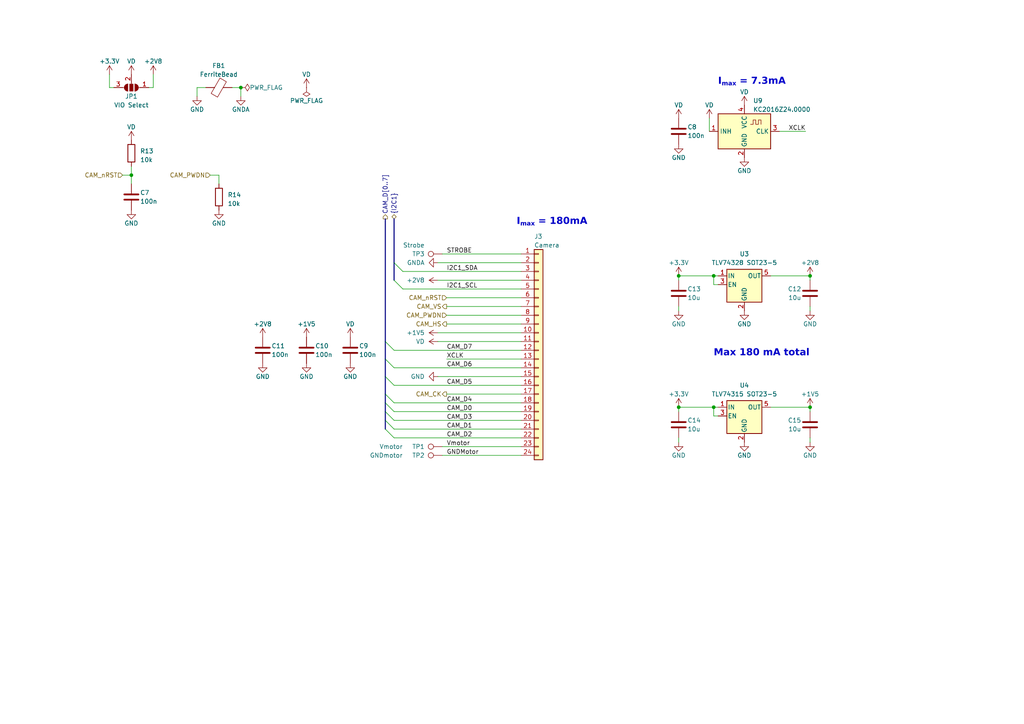
<source format=kicad_sch>
(kicad_sch (version 20230121) (generator eeschema)
  (paper "A4")
  (title_block (title "Heterogeneous radar, RGB, and ToF sensor board") (date "2023-04-17") (rev "0") (company "Center for Project-Based Learning") (comment 1 "Zoltán Marcsek"))
  (lib_symbols
    (symbol "Connector:TestPoint" (pin_numbers hide) (pin_names (offset 0.762) hide)
      (property "Reference" "TP" (at 0 6.858 0))
      (property "Value" "TestPoint" (at 0 5.08 0))
      (symbol "TestPoint_0_1"
        (circle (center 0 3.302) (radius 0.762))
      )
      (symbol "TestPoint_1_1"
        (pin passive line (at 0 0 90) (length 2.54) (name "1") (number "1"))
      )
    )
    (symbol "Connector_Generic:Conn_01x24" (pin_names (offset 1.016) hide)
      (property "Reference" "J" (at 0 30.48 0))
      (property "Value" "Conn_01x24" (at 0 -33.02 0))
      (symbol "Conn_01x24_1_1"
        (rectangle (start -1.27 -30.353) (end 0 -30.607) (stroke (width 0.1524)))
        (rectangle (start -1.27 -27.813) (end 0 -28.067) (stroke (width 0.1524)))
        (rectangle (start -1.27 -25.273) (end 0 -25.527) (stroke (width 0.1524)))
        (rectangle (start -1.27 -22.733) (end 0 -22.987) (stroke (width 0.1524)))
        (rectangle (start -1.27 -20.193) (end 0 -20.447) (stroke (width 0.1524)))
        (rectangle (start -1.27 -17.653) (end 0 -17.907) (stroke (width 0.1524)))
        (rectangle (start -1.27 -15.113) (end 0 -15.367) (stroke (width 0.1524)))
        (rectangle (start -1.27 -12.573) (end 0 -12.827) (stroke (width 0.1524)))
        (rectangle (start -1.27 -10.033) (end 0 -10.287) (stroke (width 0.1524)))
        (rectangle (start -1.27 -7.493) (end 0 -7.747) (stroke (width 0.1524)))
        (rectangle (start -1.27 -4.953) (end 0 -5.207) (stroke (width 0.1524)))
        (rectangle (start -1.27 -2.413) (end 0 -2.667) (stroke (width 0.1524)))
        (rectangle (start -1.27 0.127) (end 0 -0.127) (stroke (width 0.1524)))
        (rectangle (start -1.27 2.667) (end 0 2.413) (stroke (width 0.1524)))
        (rectangle (start -1.27 5.207) (end 0 4.953) (stroke (width 0.1524)))
        (rectangle (start -1.27 7.747) (end 0 7.493) (stroke (width 0.1524)))
        (rectangle (start -1.27 10.287) (end 0 10.033) (stroke (width 0.1524)))
        (rectangle (start -1.27 12.827) (end 0 12.573) (stroke (width 0.1524)))
        (rectangle (start -1.27 15.367) (end 0 15.113) (stroke (width 0.1524)))
        (rectangle (start -1.27 17.907) (end 0 17.653) (stroke (width 0.1524)))
        (rectangle (start -1.27 20.447) (end 0 20.193) (stroke (width 0.1524)))
        (rectangle (start -1.27 22.987) (end 0 22.733) (stroke (width 0.1524)))
        (rectangle (start -1.27 25.527) (end 0 25.273) (stroke (width 0.1524)))
        (rectangle (start -1.27 28.067) (end 0 27.813) (stroke (width 0.1524)))
        (rectangle (start -1.27 29.21) (end 1.27 -31.75) (stroke (width 0.254)) (fill (type background)))
        (pin passive line (at -5.08 27.94 0) (length 3.81) (name "Pin_1") (number "1"))
        (pin passive line (at -5.08 5.08 0) (length 3.81) (name "Pin_10") (number "10"))
        (pin passive line (at -5.08 2.54 0) (length 3.81) (name "Pin_11") (number "11"))
        (pin passive line (at -5.08 0 0) (length 3.81) (name "Pin_12") (number "12"))
        (pin passive line (at -5.08 -2.54 0) (length 3.81) (name "Pin_13") (number "13"))
        (pin passive line (at -5.08 -5.08 0) (length 3.81) (name "Pin_14") (number "14"))
        (pin passive line (at -5.08 -7.62 0) (length 3.81) (name "Pin_15") (number "15"))
        (pin passive line (at -5.08 -10.16 0) (length 3.81) (name "Pin_16") (number "16"))
        (pin passive line (at -5.08 -12.7 0) (length 3.81) (name "Pin_17") (number "17"))
        (pin passive line (at -5.08 -15.24 0) (length 3.81) (name "Pin_18") (number "18"))
        (pin passive line (at -5.08 -17.78 0) (length 3.81) (name "Pin_19") (number "19"))
        (pin passive line (at -5.08 25.4 0) (length 3.81) (name "Pin_2") (number "2"))
        (pin passive line (at -5.08 -20.32 0) (length 3.81) (name "Pin_20") (number "20"))
        (pin passive line (at -5.08 -22.86 0) (length 3.81) (name "Pin_21") (number "21"))
        (pin passive line (at -5.08 -25.4 0) (length 3.81) (name "Pin_22") (number "22"))
        (pin passive line (at -5.08 -27.94 0) (length 3.81) (name "Pin_23") (number "23"))
        (pin passive line (at -5.08 -30.48 0) (length 3.81) (name "Pin_24") (number "24"))
        (pin passive line (at -5.08 22.86 0) (length 3.81) (name "Pin_3") (number "3"))
        (pin passive line (at -5.08 20.32 0) (length 3.81) (name "Pin_4") (number "4"))
        (pin passive line (at -5.08 17.78 0) (length 3.81) (name "Pin_5") (number "5"))
        (pin passive line (at -5.08 15.24 0) (length 3.81) (name "Pin_6") (number "6"))
        (pin passive line (at -5.08 12.7 0) (length 3.81) (name "Pin_7") (number "7"))
        (pin passive line (at -5.08 10.16 0) (length 3.81) (name "Pin_8") (number "8"))
        (pin passive line (at -5.08 7.62 0) (length 3.81) (name "Pin_9") (number "9"))
      )
    )
    (symbol "Device:C" (pin_numbers hide) (pin_names (offset 0.254))
      (property "Reference" "C" (at 0.635 2.54 0))
      (property "Value" "C" (at 0.635 -2.54 0))
      (symbol "C_0_1"
        (polyline (pts (xy -2.032 -0.762) (xy 2.032 -0.762)) (stroke (width 0.508)))
        (polyline (pts (xy -2.032 0.762) (xy 2.032 0.762)) (stroke (width 0.508)))
      )
      (symbol "C_1_1"
        (pin passive line (at 0 3.81 270) (length 2.794) (name "~") (number "1"))
        (pin passive line (at 0 -3.81 90) (length 2.794) (name "~") (number "2"))
      )
    )
    (symbol "Device:FerriteBead" (pin_numbers hide) (pin_names (offset 0))
      (property "Reference" "FB" (at -3.81 0.635 90))
      (property "Value" "FerriteBead" (at 3.81 0 90))
      (symbol "FerriteBead_0_1"
        (polyline (pts (xy 0 -1.27) (xy 0 -1.2192)))
        (polyline (pts (xy 0 1.27) (xy 0 1.2954)))
        (polyline (pts (xy -2.7686 0.4064) (xy -1.7018 2.2606) (xy 2.7686 -0.3048) (xy 1.6764 -2.159) (xy -2.7686 0.4064)))
      )
      (symbol "FerriteBead_1_1"
        (pin passive line (at 0 3.81 270) (length 2.54) (name "~") (number "1"))
        (pin passive line (at 0 -3.81 90) (length 2.54) (name "~") (number "2"))
      )
    )
    (symbol "Device:R" (pin_numbers hide) (pin_names (offset 0))
      (property "Reference" "R" (at 2.032 0 90))
      (property "Value" "R" (at 0 0 90))
      (symbol "R_0_1"
        (rectangle (start -1.016 -2.54) (end 1.016 2.54) (stroke (width 0.254)))
      )
      (symbol "R_1_1"
        (pin passive line (at 0 3.81 270) (length 1.27) (name "~") (number "1"))
        (pin passive line (at 0 -3.81 90) (length 1.27) (name "~") (number "2"))
      )
    )
    (symbol "Jumper:SolderJumper_3_Open" (pin_names (offset 0) hide)
      (property "Reference" "JP" (at -2.54 -2.54 0))
      (property "Value" "SolderJumper_3_Open" (at 0 2.794 0))
      (symbol "SolderJumper_3_Open_0_1"
        (arc (start -1.016 1.016) (mid -2.0276 0) (end -1.016 -1.016))
        (arc (start -1.016 1.016) (mid -2.0276 0) (end -1.016 -1.016) (fill (type outline)))
        (rectangle (start -0.508 1.016) (end 0.508 -1.016) (fill (type outline)))
        (polyline (pts (xy -2.54 0) (xy -2.032 0)))
        (polyline (pts (xy -1.016 1.016) (xy -1.016 -1.016)))
        (polyline (pts (xy 0 -1.27) (xy 0 -1.016)))
        (polyline (pts (xy 1.016 1.016) (xy 1.016 -1.016)))
        (polyline (pts (xy 2.54 0) (xy 2.032 0)))
        (arc (start 1.016 -1.016) (mid 2.0276 0) (end 1.016 1.016))
        (arc (start 1.016 -1.016) (mid 2.0276 0) (end 1.016 1.016) (fill (type outline)))
      )
      (symbol "SolderJumper_3_Open_1_1"
        (pin passive line (at -5.08 0 0) (length 2.54) (name "A") (number "1"))
        (pin passive line (at 0 -3.81 90) (length 2.54) (name "C") (number "2"))
        (pin passive line (at 5.08 0 180) (length 2.54) (name "B") (number "3"))
      )
    )
    (symbol "Oscillator:KC2520Z"
      (property "Reference" "U" (at 2.54 12.7 0))
      (property "Value" "KC2520Z" (at 6.35 10.16 0))
      (symbol "KC2520Z_0_1"
        (rectangle (start -7.62 5.08) (end 7.62 -5.08) (stroke (width 0.254)) (fill (type background)))
      )
      (symbol "KC2520Z_1_1"
        (polyline (pts (xy 1.778 2.032) (xy 2.54 2.032) (xy 2.54 3.302) (xy 3.302 3.302) (xy 3.302 2.032) (xy 4.064 2.032) (xy 4.064 3.302) (xy 4.826 3.302) (xy 4.826 2.032)))
        (pin input line (at -10.16 0 0) (length 2.54) (name "INH") (number "1"))
        (pin power_in line (at 0 -7.62 90) (length 2.54) (name "GND") (number "2"))
        (pin output line (at 10.16 0 180) (length 2.54) (name "CLK") (number "3"))
        (pin power_in line (at 0 7.62 270) (length 2.54) (name "VCC") (number "4"))
      )
    )
    (symbol "Regulator_Linear:TLV70012_SOT23-5" (pin_names (offset 0.254))
      (property "Reference" "U" (at -3.81 5.715 0))
      (property "Value" "TLV70012_SOT23-5" (at 0 5.715 0))
      (symbol "TLV70012_SOT23-5_0_1"
        (rectangle (start -5.08 4.445) (end 5.08 -5.08) (stroke (width 0.254)) (fill (type background)))
      )
      (symbol "TLV70012_SOT23-5_1_1"
        (pin power_in line (at -7.62 2.54 0) (length 2.54) (name "IN") (number "1"))
        (pin power_in line (at 0 -7.62 90) (length 2.54) (name "GND") (number "2"))
        (pin input line (at -7.62 0 0) (length 2.54) (name "EN") (number "3"))
        (pin no_connect line (at 5.08 0 180) (length 2.54) hide (name "NC") (number "4"))
        (pin power_out line (at 7.62 2.54 180) (length 2.54) (name "OUT") (number "5"))
      )
    )
    (symbol "power:+1V5" (power) (pin_names (offset 0))
      (property "Value" "+1V5" (at 0 3.556 0))
      (symbol "+1V5_0_1"
        (polyline (pts (xy -0.762 1.27) (xy 0 2.54)))
        (polyline (pts (xy 0 0) (xy 0 2.54)))
        (polyline (pts (xy 0 2.54) (xy 0.762 1.27)))
      )
      (symbol "+1V5_1_1"
        (pin power_in line (at 0 0 90) (length 0) hide (name "+1V5") (number "1"))
      )
    )
    (symbol "power:+2V8" (power) (pin_names (offset 0))
      (property "Value" "+2V8" (at 0 3.556 0))
      (symbol "+2V8_0_1"
        (polyline (pts (xy -0.762 1.27) (xy 0 2.54)))
        (polyline (pts (xy 0 0) (xy 0 2.54)))
        (polyline (pts (xy 0 2.54) (xy 0.762 1.27)))
      )
      (symbol "+2V8_1_1"
        (pin power_in line (at 0 0 90) (length 0) hide (name "+2V8") (number "1"))
      )
    )
    (symbol "power:+3.3V" (power) (pin_names (offset 0))
      (property "Value" "+3.3V" (at 0 3.556 0))
      (symbol "+3.3V_0_1"
        (polyline (pts (xy -0.762 1.27) (xy 0 2.54)))
        (polyline (pts (xy 0 0) (xy 0 2.54)))
        (polyline (pts (xy 0 2.54) (xy 0.762 1.27)))
      )
      (symbol "+3.3V_1_1"
        (pin power_in line (at 0 0 90) (length 0) hide (name "+3.3V") (number "1"))
      )
    )
    (symbol "power:GND" (power) (pin_names (offset 0))
      (property "Value" "GND" (at 0 -3.81 0))
      (symbol "GND_0_1"
        (polyline (pts (xy 0 0) (xy 0 -1.27) (xy 1.27 -1.27) (xy 0 -2.54) (xy -1.27 -1.27) (xy 0 -1.27)))
      )
      (symbol "GND_1_1"
        (pin power_in line (at 0 0 270) (length 0) hide (name "GND") (number "1"))
      )
    )
    (symbol "power:GNDA" (power) (pin_names (offset 0))
      (property "Value" "GNDA" (at 0 -3.81 0))
      (symbol "GNDA_0_1"
        (polyline (pts (xy 0 0) (xy 0 -1.27) (xy 1.27 -1.27) (xy 0 -2.54) (xy -1.27 -1.27) (xy 0 -1.27)))
      )
      (symbol "GNDA_1_1"
        (pin power_in line (at 0 0 270) (length 0) hide (name "GNDA") (number "1"))
      )
    )
    (symbol "power:PWR_FLAG" (power) (pin_numbers hide) (pin_names (offset 0) hide)
      (property "Value" "PWR_FLAG" (at 0 3.81 0))
      (symbol "PWR_FLAG_0_0"
        (pin power_out line (at 0 0 90) (length 0) (name "pwr") (number "1"))
      )
      (symbol "PWR_FLAG_0_1"
        (polyline (pts (xy 0 0) (xy 0 1.27) (xy -1.016 1.905) (xy 0 2.54) (xy 1.016 1.905) (xy 0 1.27)))
      )
    )
    (symbol "power:VD" (power) (pin_names (offset 0))
      (property "Value" "VD" (at 0 3.81 0))
      (symbol "VD_0_1"
        (polyline (pts (xy -0.762 1.27) (xy 0 2.54)))
        (polyline (pts (xy 0 0) (xy 0 2.54)))
        (polyline (pts (xy 0 2.54) (xy 0.762 1.27)))
      )
      (symbol "VD_1_1"
        (pin power_in line (at 0 0 90) (length 0) hide (name "VD") (number "1"))
      )
    )
  )
  (junction (at 196.85 118.11))
  (junction (at 38.1 50.8))
  (junction (at 234.95 118.11))
  (junction (at 207.01 80.01))
  (junction (at 196.85 80.01))
  (junction (at 207.01 118.11))
  (junction (at 69.85 25.4))
  (junction (at 234.95 80.01))
  (bus_entry (at 111.76 124.46) (size 2.54 2.54))
  (bus_entry (at 114.3 76.2) (size 2.54 2.54))
  (bus_entry (at 111.76 116.84) (size 2.54 2.54))
  (bus_entry (at 111.76 99.06) (size 2.54 2.54))
  (bus_entry (at 111.76 114.3) (size 2.54 2.54))
  (bus_entry (at 111.76 119.38) (size 2.54 2.54))
  (bus_entry (at 111.76 121.92) (size 2.54 2.54))
  (bus_entry (at 111.76 109.22) (size 2.54 2.54))
  (bus_entry (at 114.3 81.28) (size 2.54 2.54))
  (bus_entry (at 111.76 104.14) (size 2.54 2.54))
  (wire (pts (xy 127 81.28) (xy 151.13 81.28)))
  (wire (pts (xy 129.54 104.14) (xy 151.13 104.14)))
  (wire (pts (xy 44.45 21.59) (xy 44.45 25.4)))
  (wire (pts (xy 234.95 81.28) (xy 234.95 80.01)))
  (wire (pts (xy 114.3 124.46) (xy 151.13 124.46)))
  (wire (pts (xy 59.69 25.4) (xy 57.15 25.4)))
  (wire (pts (xy 44.45 25.4) (xy 43.18 25.4)))
  (wire (pts (xy 207.01 82.55) (xy 207.01 80.01)))
  (wire (pts (xy 67.31 25.4) (xy 69.85 25.4)))
  (bus (pts (xy 111.76 119.38) (xy 111.76 121.92)))
  (wire (pts (xy 114.3 116.84) (xy 151.13 116.84)))
  (wire (pts (xy 196.85 119.38) (xy 196.85 118.11)))
  (wire (pts (xy 128.27 129.54) (xy 151.13 129.54)))
  (wire (pts (xy 114.3 111.76) (xy 151.13 111.76)))
  (bus (pts (xy 111.76 104.14) (xy 111.76 109.22)))
  (wire (pts (xy 63.5 50.8) (xy 63.5 53.34)))
  (bus (pts (xy 114.3 63.5) (xy 114.3 76.2)))
  (bus (pts (xy 111.76 63.5) (xy 111.76 99.06)))
  (wire (pts (xy 234.95 80.01) (xy 223.52 80.01)))
  (wire (pts (xy 114.3 101.6) (xy 151.13 101.6)))
  (wire (pts (xy 38.1 50.8) (xy 35.56 50.8)))
  (wire (pts (xy 31.75 25.4) (xy 33.02 25.4)))
  (wire (pts (xy 127 99.06) (xy 151.13 99.06)))
  (wire (pts (xy 38.1 53.34) (xy 38.1 50.8)))
  (wire (pts (xy 114.3 106.68) (xy 151.13 106.68)))
  (wire (pts (xy 208.28 120.65) (xy 207.01 120.65)))
  (wire (pts (xy 234.95 119.38) (xy 234.95 118.11)))
  (wire (pts (xy 196.85 90.17) (xy 196.85 88.9)))
  (wire (pts (xy 127 109.22) (xy 151.13 109.22)))
  (bus (pts (xy 111.76 99.06) (xy 111.76 104.14)))
  (wire (pts (xy 69.85 25.4) (xy 69.85 27.94)))
  (wire (pts (xy 128.27 132.08) (xy 151.13 132.08)))
  (wire (pts (xy 205.74 34.29) (xy 205.74 38.1)))
  (bus (pts (xy 114.3 76.2) (xy 114.3 81.28)))
  (wire (pts (xy 207.01 120.65) (xy 207.01 118.11)))
  (wire (pts (xy 116.84 83.82) (xy 151.13 83.82)))
  (wire (pts (xy 129.54 93.98) (xy 151.13 93.98)))
  (wire (pts (xy 129.54 114.3) (xy 151.13 114.3)))
  (wire (pts (xy 129.54 88.9) (xy 151.13 88.9)))
  (wire (pts (xy 207.01 118.11) (xy 208.28 118.11)))
  (wire (pts (xy 234.95 118.11) (xy 223.52 118.11)))
  (wire (pts (xy 234.95 90.17) (xy 234.95 88.9)))
  (wire (pts (xy 128.27 73.66) (xy 151.13 73.66)))
  (wire (pts (xy 196.85 81.28) (xy 196.85 80.01)))
  (wire (pts (xy 234.95 128.27) (xy 234.95 127)))
  (wire (pts (xy 196.85 80.01) (xy 207.01 80.01)))
  (wire (pts (xy 208.28 82.55) (xy 207.01 82.55)))
  (wire (pts (xy 226.06 38.1) (xy 233.68 38.1)))
  (wire (pts (xy 116.84 78.74) (xy 151.13 78.74)))
  (wire (pts (xy 129.54 86.36) (xy 151.13 86.36)))
  (wire (pts (xy 38.1 48.26) (xy 38.1 50.8)))
  (wire (pts (xy 60.96 50.8) (xy 63.5 50.8)))
  (wire (pts (xy 127 76.2) (xy 151.13 76.2)))
  (wire (pts (xy 196.85 118.11) (xy 207.01 118.11)))
  (wire (pts (xy 114.3 121.92) (xy 151.13 121.92)))
  (wire (pts (xy 196.85 128.27) (xy 196.85 127)))
  (wire (pts (xy 57.15 25.4) (xy 57.15 27.94)))
  (bus (pts (xy 111.76 121.92) (xy 111.76 124.46)))
  (wire (pts (xy 31.75 21.59) (xy 31.75 25.4)))
  (bus (pts (xy 111.76 109.22) (xy 111.76 114.3)))
  (bus (pts (xy 111.76 114.3) (xy 111.76 116.84)))
  (wire (pts (xy 129.54 91.44) (xy 151.13 91.44)))
  (bus (pts (xy 111.76 116.84) (xy 111.76 119.38)))
  (wire (pts (xy 114.3 127) (xy 151.13 127)))
  (wire (pts (xy 127 96.52) (xy 151.13 96.52)))
  (wire (pts (xy 207.01 80.01) (xy 208.28 80.01)))
  (wire (pts (xy 114.3 119.38) (xy 151.13 119.38)))
  (text "Max 180 mA total" (at 207.01 104.14 0) (effects (font (size 2 2) (thickness 0.4) bold) (justify left bottom)))
  (text "I_{max} = 180mA" (at 149.86 66.04 0) (effects (font (size 2 2) (thickness 0.4) bold) (justify left bottom)))
  (text "I_{max} = 7.3mA" (at 208.28 25.4 0) (effects (font (size 2 2) (thickness 0.4) bold) (justify left bottom)))
  (label "XCLK" (at 129.54 104.14 0))
  (label "CAM_D1" (at 129.54 124.46 0))
  (label "CAM_D0" (at 129.54 119.38 0))
  (label "CAM_D4" (at 129.54 116.84 0))
  (label "Vmotor" (at 129.54 129.54 0))
  (label "I2C1_SCL" (at 129.54 83.82 0))
  (label "STROBE" (at 129.54 73.66 0))
  (label "CAM_D6" (at 129.54 106.68 0))
  (label "I2C1_SDA" (at 129.54 78.74 0))
  (label "CAM_D3" (at 129.54 121.92 0))
  (label "GNDMotor" (at 129.54 132.08 0))
  (label "CAM_D2" (at 129.54 127 0))
  (label "XCLK" (at 233.68 38.1 180))
  (label "CAM_D7" (at 129.54 101.6 0))
  (label "CAM_D5" (at 129.54 111.76 0))
  (hierarchical_label "CAM_HS" (shape output) (at 129.54 93.98 180))
  (hierarchical_label "CAM_D[0..7]" (shape output) (at 111.76 63.5 90))
  (hierarchical_label "CAM_VS" (shape output) (at 129.54 88.9 180))
  (hierarchical_label "CAM_nRST" (shape input) (at 129.54 86.36 180))
  (hierarchical_label "CAM_nRST" (shape input) (at 35.56 50.8 180))
  (hierarchical_label "CAM_PWDN" (shape input) (at 60.96 50.8 180))
  (hierarchical_label "{I2C1}" (shape bidirectional) (at 114.3 63.5 90))
  (hierarchical_label "CAM_PWDN" (shape input) (at 129.54 91.44 180))
  (hierarchical_label "CAM_CK" (shape output) (at 129.54 114.3 180))
  (symbol (lib_id "power:GND") (at 76.2 105.41 0) (unit 1)
    (property "Reference" "#PWR048" (effects hide))
    (property "Value" "GND" (at 76.2 109.22 0))
  )
  (symbol (lib_id "power:VD") (at 88.9 25.4 0) (unit 1)
    (property "Reference" "#PWR0121" (effects hide))
    (property "Value" "VD" (at 88.9 21.59 0))
  )
  (symbol (lib_id "power:GND") (at 196.85 128.27 0) (unit 1)
    (property "Reference" "#PWR054" (effects hide))
    (property "Value" "GND" (at 196.85 132.08 0))
  )
  (symbol (lib_id "power:VD") (at 215.9 30.48 0) (unit 1)
    (property "Reference" "#PWR039" (effects hide))
    (property "Value" "VD" (at 215.9 26.67 0))
  )
  (symbol (lib_id "power:VD") (at 38.1 40.64 0) (unit 1)
    (property "Reference" "#PWR031" (effects hide))
    (property "Value" "VD" (at 38.1 36.83 0))
  )
  (symbol (lib_id "power:GND") (at 234.95 90.17 0) (unit 1)
    (property "Reference" "#PWR051" (effects hide))
    (property "Value" "GND" (at 234.95 93.98 0))
  )
  (symbol (lib_id "power:GNDA") (at 69.85 27.94 0) (unit 1)
    (property "Reference" "#PWR028" (effects hide))
    (property "Value" "GNDA" (at 69.85 31.75 0))
  )
  (symbol (lib_id "Device:FerriteBead") (at 63.5 25.4 90) (unit 1)
    (property "Reference" "FB1" (at 63.4492 19.05 90))
    (property "Value" "FerriteBead" (at 63.4492 21.59 90))
    (property "Footprint" "Capacitor_SMD:C_0603_1608Metric" (effects hide))
  )
  (symbol (lib_id "Jumper:SolderJumper_3_Open") (at 38.1 25.4 180) (unit 1)
    (property "Reference" "JP1" (at 38.1 27.94 0))
    (property "Value" "VIO Select" (at 38.1 30.48 0))
    (property "Footprint" "Jumper:SolderJumper-3_P1.3mm_Open_RoundedPad1.0x1.5mm" (effects hide))
  )
  (symbol (lib_id "power:VD") (at 205.74 34.29 0) (unit 1)
    (property "Reference" "#PWR022" (effects hide))
    (property "Value" "VD" (at 205.74 30.48 0))
  )
  (symbol (lib_id "Device:C") (at 88.9 101.6 0) (unit 1)
    (property "Reference" "C10" (at 91.44 100.33 0) (effects (justify left)))
    (property "Value" "100n" (at 91.44 102.87 0) (effects (justify left)))
    (property "Footprint" "Capacitor_SMD:C_0603_1608Metric" (effects hide))
  )
  (symbol (lib_id "Device:R") (at 38.1 44.45 0) (unit 1)
    (property "Reference" "R13" (at 40.64 43.815 0) (effects (justify left)))
    (property "Value" "10k" (at 40.64 46.355 0) (effects (justify left)))
    (property "Footprint" "Resistor_SMD:R_0603_1608Metric" (effects hide))
  )
  (symbol (lib_id "power:+1V5") (at 127 96.52 90) (unit 1)
    (property "Reference" "#PWR034" (effects hide))
    (property "Value" "+1V5" (at 123.19 96.52 90) (effects (justify left)))
  )
  (symbol (lib_id "Regulator_Linear:TLV70012_SOT23-5") (at 215.9 120.65 0) (unit 1)
    (property "Reference" "U4" (at 215.9 111.76 0))
    (property "Value" "TLV74315 SOT23-5" (at 215.9 114.3 0))
    (property "Footprint" "Package_TO_SOT_SMD:SOT-23-5" (effects hide))
    (property "Datasheet" "https://www.ti.com/lit/ds/symlink/tlv743p.pdf" (effects hide))
  )
  (symbol (lib_id "power:+2V8") (at 127 81.28 90) (unit 1)
    (property "Reference" "#PWR035" (effects hide))
    (property "Value" "+2V8" (at 123.19 81.28 90) (effects (justify left)))
  )
  (symbol (lib_id "power:GNDA") (at 127 76.2 270) (unit 1)
    (property "Reference" "#PWR029" (effects hide))
    (property "Value" "GNDA" (at 123.19 76.2 90) (effects (justify right)))
  )
  (symbol (lib_id "power:+3.3V") (at 196.85 118.11 0) (unit 1)
    (property "Reference" "#PWR053" (effects hide))
    (property "Value" "+3.3V" (at 196.85 114.3 0))
  )
  (symbol (lib_id "power:GND") (at 38.1 60.96 0) (unit 1)
    (property "Reference" "#PWR030" (effects hide))
    (property "Value" "GND" (at 38.1 64.77 0))
  )
  (symbol (lib_id "power:GND") (at 215.9 90.17 0) (unit 1)
    (property "Reference" "#PWR049" (effects hide))
    (property "Value" "GND" (at 215.9 93.98 0))
  )
  (symbol (lib_id "power:GND") (at 196.85 41.91 0) (unit 1)
    (property "Reference" "#PWR037" (effects hide))
    (property "Value" "GND" (at 196.85 45.72 0))
  )
  (symbol (lib_id "power:GND") (at 215.9 45.72 0) (unit 1)
    (property "Reference" "#PWR023" (effects hide))
    (property "Value" "GND" (at 215.9 49.53 0))
  )
  (symbol (lib_id "power:VD") (at 38.1 21.59 0) (unit 1)
    (property "Reference" "#PWR036" (effects hide))
    (property "Value" "VD" (at 38.1 17.78 0))
  )
  (symbol (lib_id "Device:C") (at 196.85 85.09 0) (unit 1)
    (property "Reference" "C13" (at 199.39 83.82 0) (effects (justify left)))
    (property "Value" "10u" (at 199.39 86.36 0) (effects (justify left)))
    (property "Footprint" "Capacitor_SMD:C_0603_1608Metric" (effects hide))
  )
  (symbol (lib_id "Device:C") (at 76.2 101.6 0) (unit 1)
    (property "Reference" "C11" (at 78.74 100.33 0) (effects (justify left)))
    (property "Value" "100n" (at 78.74 102.87 0) (effects (justify left)))
    (property "Footprint" "Capacitor_SMD:C_0603_1608Metric" (effects hide))
  )
  (symbol (lib_id "power:GND") (at 88.9 105.41 0) (unit 1)
    (property "Reference" "#PWR046" (effects hide))
    (property "Value" "GND" (at 88.9 109.22 0))
  )
  (symbol (lib_id "power:+2V8") (at 76.2 97.79 0) (unit 1)
    (property "Reference" "#PWR047" (effects hide))
    (property "Value" "+2V8" (at 76.2 93.98 0))
  )
  (symbol (lib_id "power:PWR_FLAG") (at 88.9 25.4 180) (unit 1)
    (property "Reference" "#FLG09" (effects hide))
    (property "Value" "PWR_FLAG" (at 88.9 29.21 0))
  )
  (symbol (lib_id "Device:C") (at 196.85 38.1 0) (unit 1)
    (property "Reference" "C8" (at 199.39 36.83 0) (effects (justify left)))
    (property "Value" "100n" (at 199.39 39.37 0) (effects (justify left)))
    (property "Footprint" "Capacitor_SMD:C_0603_1608Metric" (effects hide))
  )
  (symbol (lib_id "power:GND") (at 101.6 105.41 0) (unit 1)
    (property "Reference" "#PWR044" (effects hide))
    (property "Value" "GND" (at 101.6 109.22 0))
  )
  (symbol (lib_id "Connector:TestPoint") (at 128.27 132.08 90) (unit 1)
    (property "Reference" "TP2" (at 123.19 132.08 90) (effects (justify left)))
    (property "Value" "GNDmotor" (at 116.84 132.08 90) (effects (justify left)))
    (property "Footprint" "TestPoint:TestPoint_Pad_D1.5mm" (effects hide))
  )
  (symbol (lib_id "power:PWR_FLAG") (at 69.85 25.4 270) (unit 1)
    (property "Reference" "#FLG04" (effects hide))
    (property "Value" "PWR_FLAG" (at 72.39 25.4 90) (effects (justify left)))
    (instances (project "radartof-hardware" (path "" (reference "#FLG04") (unit 1)) (path "" (reference "#FLG07") (unit 1))))
  )
  (symbol (lib_id "power:+2V8") (at 234.95 80.01 0) (unit 1)
    (property "Reference" "#PWR052" (effects hide))
    (property "Value" "+2V8" (at 234.95 76.2 0))
  )
  (symbol (lib_id "Device:C") (at 234.95 85.09 0) (mirror y) (unit 1)
    (property "Reference" "C12" (at 232.41 83.82 0) (effects (justify left)))
    (property "Value" "10u" (at 232.41 86.36 0) (effects (justify left)))
    (property "Footprint" "Capacitor_SMD:C_0603_1608Metric" (effects hide))
  )
  (symbol (lib_id "Device:C") (at 38.1 57.15 0) (unit 1)
    (property "Reference" "C7" (at 40.64 55.88 0) (effects (justify left)))
    (property "Value" "100n" (at 40.64 58.42 0) (effects (justify left)))
    (property "Footprint" "Capacitor_SMD:C_0603_1608Metric" (effects hide))
  )
  (symbol (lib_id "power:+3.3V") (at 31.75 21.59 0) (unit 1)
    (property "Reference" "#PWR040" (effects hide))
    (property "Value" "+3.3V" (at 31.75 17.78 0))
  )
  (symbol (lib_id "power:GND") (at 215.9 128.27 0) (unit 1)
    (property "Reference" "#PWR055" (effects hide))
    (property "Value" "GND" (at 215.9 132.08 0))
  )
  (symbol (lib_id "power:+3.3V") (at 196.85 80.01 0) (unit 1)
    (property "Reference" "#PWR042" (effects hide))
    (property "Value" "+3.3V" (at 196.85 76.2 0))
  )
  (symbol (lib_id "power:GND") (at 57.15 27.94 0) (unit 1)
    (property "Reference" "#PWR027" (effects hide))
    (property "Value" "GND" (at 57.15 31.75 0))
  )
  (symbol (lib_id "Device:C") (at 101.6 101.6 0) (unit 1)
    (property "Reference" "C9" (at 104.14 100.33 0) (effects (justify left)))
    (property "Value" "100n" (at 104.14 102.87 0) (effects (justify left)))
    (property "Footprint" "Capacitor_SMD:C_0603_1608Metric" (effects hide))
  )
  (symbol (lib_id "power:VD") (at 101.6 97.79 0) (unit 1)
    (property "Reference" "#PWR043" (effects hide))
    (property "Value" "VD" (at 101.6 93.98 0))
  )
  (symbol (lib_id "Connector:TestPoint") (at 128.27 73.66 90) (unit 1)
    (property "Reference" "TP3" (at 123.19 73.66 90) (effects (justify left)))
    (property "Value" "Strobe" (at 123.19 71.12 90) (effects (justify left)))
    (property "Footprint" "TestPoint:TestPoint_Pad_D1.5mm" (effects hide))
  )
  (symbol (lib_id "Connector_Generic:Conn_01x24") (at 156.21 101.6 0) (unit 1)
    (property "Reference" "J3" (at 154.94 68.58 0) (effects (justify left)))
    (property "Value" "Camera" (at 154.94 71.12 0) (effects (justify left)))
    (property "Footprint" "OV5640:OV2640FSL" (effects hide))
  )
  (symbol (lib_id "power:+1V5") (at 88.9 97.79 0) (unit 1)
    (property "Reference" "#PWR045" (effects hide))
    (property "Value" "+1V5" (at 88.9 93.98 0))
  )
  (symbol (lib_id "power:GND") (at 234.95 128.27 0) (unit 1)
    (property "Reference" "#PWR056" (effects hide))
    (property "Value" "GND" (at 234.95 132.08 0))
  )
  (symbol (lib_id "power:GND") (at 196.85 90.17 0) (unit 1)
    (property "Reference" "#PWR050" (effects hide))
    (property "Value" "GND" (at 196.85 93.98 0))
  )
  (symbol (lib_id "power:GND") (at 127 109.22 270) (unit 1)
    (property "Reference" "#PWR038" (effects hide))
    (property "Value" "GND" (at 123.19 109.22 90) (effects (justify right)))
  )
  (symbol (lib_id "power:VD") (at 196.85 34.29 0) (unit 1)
    (property "Reference" "#PWR024" (effects hide))
    (property "Value" "VD" (at 196.85 30.48 0))
  )
  (symbol (lib_id "Device:C") (at 234.95 123.19 0) (mirror y) (unit 1)
    (property "Reference" "C15" (at 232.41 121.92 0) (effects (justify left)))
    (property "Value" "10u" (at 232.41 124.46 0) (effects (justify left)))
    (property "Footprint" "Capacitor_SMD:C_0603_1608Metric" (effects hide))
  )
  (symbol (lib_id "power:+2V8") (at 44.45 21.59 0) (unit 1)
    (property "Reference" "#PWR041" (effects hide))
    (property "Value" "+2V8" (at 44.45 17.78 0))
  )
  (symbol (lib_id "Connector:TestPoint") (at 128.27 129.54 90) (unit 1)
    (property "Reference" "TP1" (at 123.19 129.54 90) (effects (justify left)))
    (property "Value" "Vmotor" (at 116.84 129.54 90) (effects (justify left)))
    (property "Footprint" "TestPoint:TestPoint_Pad_D1.5mm" (effects hide))
  )
  (symbol (lib_id "Oscillator:KC2520Z") (at 215.9 38.1 0) (unit 1)
    (property "Reference" "U9" (at 218.44 29.21 0) (effects (justify left)))
    (property "Value" "KC2016Z24.0000" (at 218.44 31.75 0) (effects (justify left)))
    (property "Footprint" "Oscillator:Oscillator_SMD_Kyocera_KC2520Z-4Pin_2.5x2.0mm" (effects hide))
    (property "Datasheet" "https://global.kyocera.com/prdct/electro/product/pdf/clock_z_xz_e.pdf" (effects hide))
    (instances (project "radartof-hardware" (path "" (reference "U9") (unit 1)) (path "" (reference "U10") (unit 1))))
  )
  (symbol (lib_id "Regulator_Linear:TLV70012_SOT23-5") (at 215.9 82.55 0) (unit 1)
    (property "Reference" "U3" (at 215.9 73.66 0))
    (property "Value" "TLV74328 SOT23-5" (at 215.9 76.2 0))
    (property "Footprint" "Package_TO_SOT_SMD:SOT-23-5" (effects hide))
    (property "Datasheet" "https://www.ti.com/lit/ds/symlink/tlv743p.pdf" (effects hide))
  )
  (symbol (lib_id "power:GND") (at 63.5 60.96 0) (unit 1)
    (property "Reference" "#PWR032" (effects hide))
    (property "Value" "GND" (at 63.5 64.77 0))
  )
  (symbol (lib_id "Device:C") (at 196.85 123.19 0) (unit 1)
    (property "Reference" "C14" (at 199.39 121.92 0) (effects (justify left)))
    (property "Value" "10u" (at 199.39 124.46 0) (effects (justify left)))
    (property "Footprint" "Capacitor_SMD:C_0603_1608Metric" (effects hide))
  )
  (symbol (lib_id "power:VD") (at 127 99.06 90) (unit 1)
    (property "Reference" "#PWR033" (effects hide))
    (property "Value" "VD" (at 123.19 99.06 90) (effects (justify left)))
  )
  (symbol (lib_id "Device:R") (at 63.5 57.15 0) (unit 1)
    (property "Reference" "R14" (at 66.04 56.515 0) (effects (justify left)))
    (property "Value" "10k" (at 66.04 59.055 0) (effects (justify left)))
    (property "Footprint" "Resistor_SMD:R_0603_1608Metric" (effects hide))
  )
  (symbol (lib_id "power:+1V5") (at 234.95 118.11 0) (unit 1)
    (property "Reference" "#PWR057" (effects hide))
    (property "Value" "+1V5" (at 234.95 114.3 0))
  )
)
</source>
